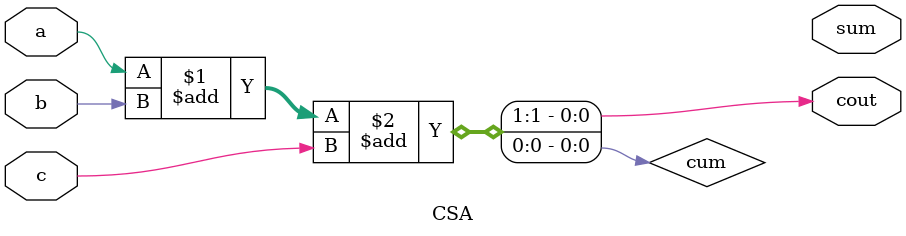
<source format=v>
`timescale 1ns / 1ps


module CSA(
    input a,
    input b,
    input c,
    output cout,
    output sum
    );
    
    assign {cout, cum} = a + b+ c;
    // This module can be improved continuously, to use LUTs directly
endmodule

</source>
